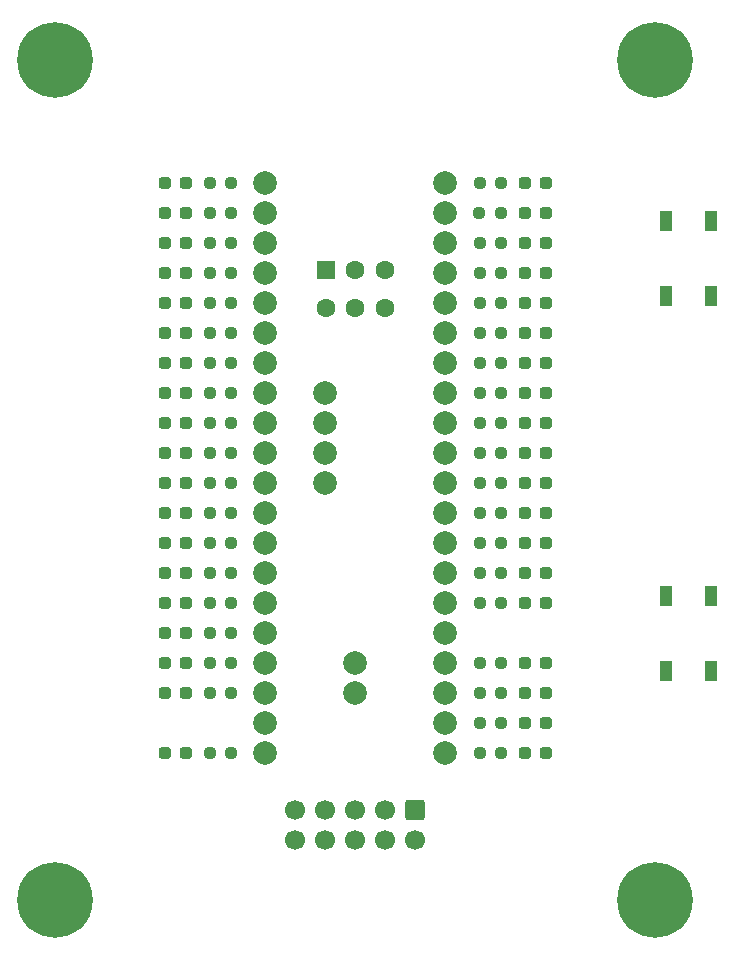
<source format=gbr>
G04 #@! TF.GenerationSoftware,KiCad,Pcbnew,(6.0.7)*
G04 #@! TF.CreationDate,2022-08-19T22:41:48+07:00*
G04 #@! TF.ProjectId,flashbed,666c6173-6862-4656-942e-6b696361645f,rev?*
G04 #@! TF.SameCoordinates,Original*
G04 #@! TF.FileFunction,Soldermask,Top*
G04 #@! TF.FilePolarity,Negative*
%FSLAX46Y46*%
G04 Gerber Fmt 4.6, Leading zero omitted, Abs format (unit mm)*
G04 Created by KiCad (PCBNEW (6.0.7)) date 2022-08-19 22:41:48*
%MOMM*%
%LPD*%
G01*
G04 APERTURE LIST*
G04 Aperture macros list*
%AMRoundRect*
0 Rectangle with rounded corners*
0 $1 Rounding radius*
0 $2 $3 $4 $5 $6 $7 $8 $9 X,Y pos of 4 corners*
0 Add a 4 corners polygon primitive as box body*
4,1,4,$2,$3,$4,$5,$6,$7,$8,$9,$2,$3,0*
0 Add four circle primitives for the rounded corners*
1,1,$1+$1,$2,$3*
1,1,$1+$1,$4,$5*
1,1,$1+$1,$6,$7*
1,1,$1+$1,$8,$9*
0 Add four rect primitives between the rounded corners*
20,1,$1+$1,$2,$3,$4,$5,0*
20,1,$1+$1,$4,$5,$6,$7,0*
20,1,$1+$1,$6,$7,$8,$9,0*
20,1,$1+$1,$8,$9,$2,$3,0*%
G04 Aperture macros list end*
%ADD10RoundRect,0.237500X-0.287500X-0.237500X0.287500X-0.237500X0.287500X0.237500X-0.287500X0.237500X0*%
%ADD11RoundRect,0.237500X0.250000X0.237500X-0.250000X0.237500X-0.250000X-0.237500X0.250000X-0.237500X0*%
%ADD12C,2.000000*%
%ADD13RoundRect,0.237500X-0.250000X-0.237500X0.250000X-0.237500X0.250000X0.237500X-0.250000X0.237500X0*%
%ADD14RoundRect,0.237500X0.287500X0.237500X-0.287500X0.237500X-0.287500X-0.237500X0.287500X-0.237500X0*%
%ADD15RoundRect,0.250000X-0.600000X0.600000X-0.600000X-0.600000X0.600000X-0.600000X0.600000X0.600000X0*%
%ADD16C,1.700000*%
%ADD17R,1.600000X1.600000*%
%ADD18C,1.600000*%
%ADD19C,0.800000*%
%ADD20C,6.400000*%
%ADD21R,1.000000X1.700000*%
G04 APERTURE END LIST*
D10*
X66435000Y-36830000D03*
X68185000Y-36830000D03*
X66435000Y-74930000D03*
X68185000Y-74930000D03*
D11*
X94892500Y-69850000D03*
X93067500Y-69850000D03*
X72032500Y-52070000D03*
X70207500Y-52070000D03*
D12*
X82550000Y-74930000D03*
X82550000Y-77470000D03*
X80010000Y-52070000D03*
X80010000Y-54610000D03*
X80010000Y-57150000D03*
X80010000Y-59690000D03*
D13*
X93067500Y-54610000D03*
X94892500Y-54610000D03*
D11*
X94892500Y-74930000D03*
X93067500Y-74930000D03*
X72032500Y-49530000D03*
X70207500Y-49530000D03*
D14*
X98665000Y-36830000D03*
X96915000Y-36830000D03*
D11*
X72032500Y-82550000D03*
X70207500Y-82550000D03*
X72032500Y-44450000D03*
X70207500Y-44450000D03*
D13*
X93067500Y-49530000D03*
X94892500Y-49530000D03*
D11*
X72032500Y-62230000D03*
X70207500Y-62230000D03*
D14*
X98665000Y-64770000D03*
X96915000Y-64770000D03*
X98665000Y-52070000D03*
X96915000Y-52070000D03*
D10*
X66435000Y-39370000D03*
X68185000Y-39370000D03*
D13*
X93067500Y-57150000D03*
X94892500Y-57150000D03*
D11*
X94892500Y-34290000D03*
X93067500Y-34290000D03*
D14*
X98665000Y-54610000D03*
X96915000Y-54610000D03*
D10*
X66435000Y-77470000D03*
X68185000Y-77470000D03*
D14*
X98665000Y-59690000D03*
X96915000Y-59690000D03*
D10*
X66435000Y-67310000D03*
X68185000Y-67310000D03*
X66435000Y-69850000D03*
X68185000Y-69850000D03*
D14*
X98665000Y-41910000D03*
X96915000Y-41910000D03*
D11*
X72032500Y-67310000D03*
X70207500Y-67310000D03*
X72032500Y-39370000D03*
X70207500Y-39370000D03*
D10*
X66435000Y-59690000D03*
X68185000Y-59690000D03*
D11*
X72032500Y-69850000D03*
X70207500Y-69850000D03*
D10*
X66435000Y-57150000D03*
X68185000Y-57150000D03*
D13*
X93067500Y-44450000D03*
X94892500Y-44450000D03*
D11*
X72032500Y-46990000D03*
X70207500Y-46990000D03*
D10*
X66435000Y-72390000D03*
X68185000Y-72390000D03*
D11*
X94892500Y-67310000D03*
X93067500Y-67310000D03*
D10*
X66435000Y-46990000D03*
X68185000Y-46990000D03*
D14*
X98665000Y-49530000D03*
X96915000Y-49530000D03*
D15*
X87630000Y-87376000D03*
D16*
X87630000Y-89916000D03*
X85090000Y-87376000D03*
X85090000Y-89916000D03*
X82550000Y-87376000D03*
X82550000Y-89916000D03*
X80010000Y-87376000D03*
X80010000Y-89916000D03*
X77470000Y-87376000D03*
X77470000Y-89916000D03*
D11*
X94892500Y-41910000D03*
X93067500Y-41910000D03*
D13*
X93067500Y-62230000D03*
X94892500Y-62230000D03*
D14*
X98665000Y-44450000D03*
X96915000Y-44450000D03*
X98665000Y-69850000D03*
X96915000Y-69850000D03*
D11*
X94892500Y-39370000D03*
X93067500Y-39370000D03*
D10*
X66435000Y-62230000D03*
X68185000Y-62230000D03*
D14*
X98665000Y-57150000D03*
X96915000Y-57150000D03*
X98665000Y-74930000D03*
X96915000Y-74930000D03*
X98665000Y-82550000D03*
X96915000Y-82550000D03*
D11*
X72032500Y-34290000D03*
X70207500Y-34290000D03*
D13*
X93067500Y-64770000D03*
X94892500Y-64770000D03*
D11*
X94865500Y-36830000D03*
X93040500Y-36830000D03*
D10*
X66435000Y-49530000D03*
X68185000Y-49530000D03*
D11*
X72032500Y-54610000D03*
X70207500Y-54610000D03*
D13*
X93067500Y-46990000D03*
X94892500Y-46990000D03*
D11*
X94892500Y-82550000D03*
X93067500Y-82550000D03*
D14*
X98665000Y-62230000D03*
X96915000Y-62230000D03*
X98665000Y-80010000D03*
X96915000Y-80010000D03*
X98665000Y-67310000D03*
X96915000Y-67310000D03*
X98665000Y-34290000D03*
X96915000Y-34290000D03*
D11*
X72032500Y-77470000D03*
X70207500Y-77470000D03*
X94892500Y-80010000D03*
X93067500Y-80010000D03*
D17*
X80050000Y-41656000D03*
D18*
X82550000Y-41656000D03*
X85050000Y-41656000D03*
X80050000Y-44856000D03*
X82550000Y-44856000D03*
X85050000Y-44856000D03*
D10*
X66435000Y-44450000D03*
X68185000Y-44450000D03*
D13*
X93067500Y-59690000D03*
X94892500Y-59690000D03*
X93067500Y-52070000D03*
X94892500Y-52070000D03*
D19*
X106252944Y-93298944D03*
X109647056Y-96693056D03*
X109647056Y-93298944D03*
X110350000Y-94996000D03*
D20*
X107950000Y-94996000D03*
D19*
X107950000Y-92596000D03*
X106252944Y-96693056D03*
X107950000Y-97396000D03*
X105550000Y-94996000D03*
D14*
X98665000Y-77470000D03*
X96915000Y-77470000D03*
D11*
X72032500Y-41910000D03*
X70207500Y-41910000D03*
X72032500Y-64770000D03*
X70207500Y-64770000D03*
X72032500Y-72390000D03*
X70207500Y-72390000D03*
D10*
X66435000Y-54610000D03*
X68185000Y-54610000D03*
D11*
X72032500Y-74930000D03*
X70207500Y-74930000D03*
D10*
X66435000Y-41910000D03*
X68185000Y-41910000D03*
X66435000Y-34290000D03*
X68185000Y-34290000D03*
D19*
X59550000Y-23876000D03*
X57150000Y-26276000D03*
X54750000Y-23876000D03*
D20*
X57150000Y-23876000D03*
D19*
X57150000Y-21476000D03*
X58847056Y-22178944D03*
X58847056Y-25573056D03*
X55452944Y-25573056D03*
X55452944Y-22178944D03*
D11*
X72032500Y-59690000D03*
X70207500Y-59690000D03*
X72032500Y-57150000D03*
X70207500Y-57150000D03*
D10*
X66435000Y-64770000D03*
X68185000Y-64770000D03*
D21*
X108844000Y-75540000D03*
X108844000Y-69240000D03*
X112644000Y-75540000D03*
X112644000Y-69240000D03*
D11*
X94892500Y-77470000D03*
X93067500Y-77470000D03*
X72032500Y-36830000D03*
X70207500Y-36830000D03*
D10*
X66435000Y-82550000D03*
X68185000Y-82550000D03*
X66435000Y-52070000D03*
X68185000Y-52070000D03*
D19*
X57150000Y-92596000D03*
D20*
X57150000Y-94996000D03*
D19*
X55452944Y-96693056D03*
X58847056Y-93298944D03*
X57150000Y-97396000D03*
X55452944Y-93298944D03*
X54750000Y-94996000D03*
X58847056Y-96693056D03*
X59550000Y-94996000D03*
D21*
X108844000Y-43790000D03*
X108844000Y-37490000D03*
X112644000Y-43790000D03*
X112644000Y-37490000D03*
D14*
X98665000Y-39370000D03*
X96915000Y-39370000D03*
D12*
X90170000Y-34290000D03*
X90170000Y-36830000D03*
X90170000Y-39370000D03*
X90170000Y-41910000D03*
X90170000Y-44450000D03*
X90170000Y-46990000D03*
X90170000Y-49530000D03*
X90170000Y-52070000D03*
X90170000Y-54610000D03*
X90170000Y-57150000D03*
X90170000Y-59690000D03*
X90170000Y-62230000D03*
X90170000Y-64770000D03*
X90170000Y-67310000D03*
X90170000Y-69850000D03*
X90170000Y-72390000D03*
X90170000Y-74930000D03*
X90170000Y-77470000D03*
X90170000Y-80010000D03*
X90170000Y-82550000D03*
X74930000Y-34290000D03*
X74930000Y-36830000D03*
X74930000Y-39370000D03*
X74930000Y-41910000D03*
X74930000Y-44450000D03*
X74930000Y-46990000D03*
X74930000Y-49530000D03*
X74930000Y-52070000D03*
X74930000Y-54610000D03*
X74930000Y-57150000D03*
X74930000Y-59690000D03*
X74930000Y-62230000D03*
X74930000Y-64770000D03*
X74930000Y-67310000D03*
X74930000Y-69850000D03*
X74930000Y-72390000D03*
X74930000Y-74930000D03*
X74930000Y-77470000D03*
X74930000Y-80010000D03*
X74930000Y-82550000D03*
D20*
X107950000Y-23876000D03*
D19*
X105550000Y-23876000D03*
X106252944Y-25573056D03*
X110350000Y-23876000D03*
X109647056Y-22178944D03*
X106252944Y-22178944D03*
X107950000Y-21476000D03*
X109647056Y-25573056D03*
X107950000Y-26276000D03*
D14*
X98665000Y-46990000D03*
X96915000Y-46990000D03*
M02*

</source>
